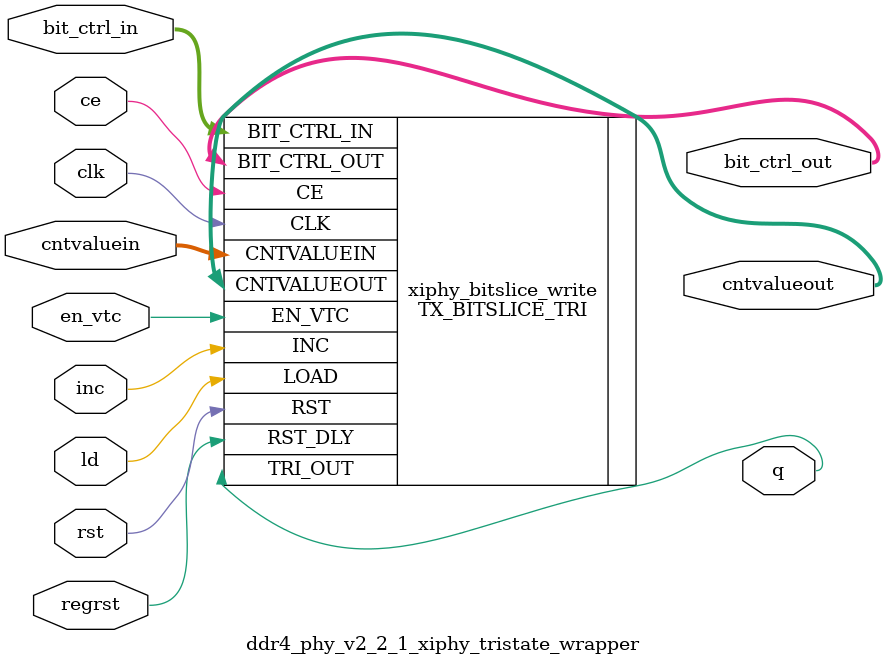
<source format=sv>

`timescale 1ps / 1ps

module ddr4_phy_v2_2_1_xiphy_tristate_wrapper #(

   parameter integer   DATA_WIDTH	= 8,           //8, 4, 1-bit interface 
   parameter           INIT             = 1'b0,        //Initial Oserdes value
   parameter           DELAY_TYPE       = "FIXED",     //FIXED, VAR_LOAD, VARIABLE type of ODELAY     
   parameter           DELAY_FORMAT     = "TIME",      //TIME (mc_fixed_dly_ratio = (2*9)*(1000000/REFCLK_FREQ/DELAY_VAL), COUNT (mc_fixed_delay_ratio={9'b0, DELAY_VAL})
   parameter           UPDATE_MODE      = "ASYNC",     //ASYNC (mc_le_manual=0,mc_le_async=1), SYNC(mc_le_manual=0,mc_le_sync=0), MANUAL (mc_le_manual=1,mc_le_async=0)
   parameter           DELAY_VAL        = 0,           //0 to 1250 ps
   parameter real      REFCLK_FREQ	= 300.0,       //300-2667 MHz
   parameter           OUTPUT_PHASE_90  = "FALSE",      //Delay DQ phase by 90 wrt write DQS
   parameter           NATIVE_ODELAY_BYPASS  = "FALSE",     //Delay DQ phase by 90 wrt write DQS
   parameter           SIM_DEVICE            = "ULTRASCALE"
) (
  input          ce,                 // odelay ce
  input          clk,                // odelay clk
  input          inc,                // odelay inc
  input          ld,                 // odelay ld
  input  [8:0]   cntvaluein,         // odelay 
  output [8:0]   cntvalueout,        // odelay cntvalueout
  output         q,                  // TX q output
  input          regrst,             // odelay reset
  input          rst,                // oserdes reset
  input          en_vtc,             // odelay en_vtc
  //Ribbon cable input bus from bitslice control 
//  input  [3:0]   nib_ctrl_in,        // {ddr_clk, div2_clk, div4_clk, ctrl_clk}  

  //Ribbon cable per-bit input bus from bitslice control 
  input  [39:0]  bit_ctrl_in,
  // {div4_clk, div2_clk, ddr_clk, force_oe_b, d[7:0], ctl2bs_tx_ddr_phase_sel, tx_bs_reset, tx_mux_360_p_sel, tx_mux_360_n_sel, tx_mux_720_p0_sel, tx_mux_720_p1_sel, tx_mux_720_p2_sel, tx_mux_720_p3_sel, 
  //toggle_div2_sel, ctl2bs_dynamic_mode_en, ctrl_ce, ctrl_inc, ctrl_ld, ctrl_dly[8:0], ctrl_clk}  

  //Ribbon cable per-bit output bus to bitslice control 
  //{bs2ctl_tx_ddr_phase_sel, vtc_ready, cntvalueout[8:0]}         
//  input  [10:0]  bit_ctrl_out 
  output  [39:0]  bit_ctrl_out

);

`ifdef ULTRASCALE_PHY_BLH
B_TX_BITSLICE_TRI #(
`else
TX_BITSLICE_TRI #(
`endif
   .DATA_WIDTH              (DATA_WIDTH),       //8, 2, 1
   .DELAY_FORMAT            (DELAY_FORMAT),     //TIME, COUNT
   .UPDATE_MODE             (UPDATE_MODE),      //SYNC, ASYNC, MANUAL 
   .INIT	                (INIT),             //Initial Oserdes value             
   .DELAY_TYPE   	        (DELAY_TYPE),       //FIXED, VAR_LOAD, VARIABLE
   .DELAY_VALUE	            (DELAY_VAL),        //0 to 1250 ps
   .REFCLK_FREQUENCY	    (REFCLK_FREQ),      //300-2667
   .OUTPUT_PHASE_90	        (OUTPUT_PHASE_90),   //delay output phase by 90
`ifndef ULTRASCALE_PHY_BLH
   .SIM_DEVICE              (SIM_DEVICE),
`endif
   .NATIVE_ODELAY_BYPASS    (NATIVE_ODELAY_BYPASS)
) 
xiphy_bitslice_write
(
   .CE                      (ce),
   .CLK                     (clk),
   .INC                     (inc),
   .LOAD                    (ld),
   .CNTVALUEIN              (cntvaluein),
   .CNTVALUEOUT             (cntvalueout),
   .TRI_OUT                 (q),
   .RST_DLY                 (regrst),
   .RST                     (rst),
   .EN_VTC                  (en_vtc),
 //  .NIB_CTRL_IN             (nib_ctrl_in),
   .BIT_CTRL_IN             (bit_ctrl_in),
   .BIT_CTRL_OUT            (bit_ctrl_out)
);

endmodule


</source>
